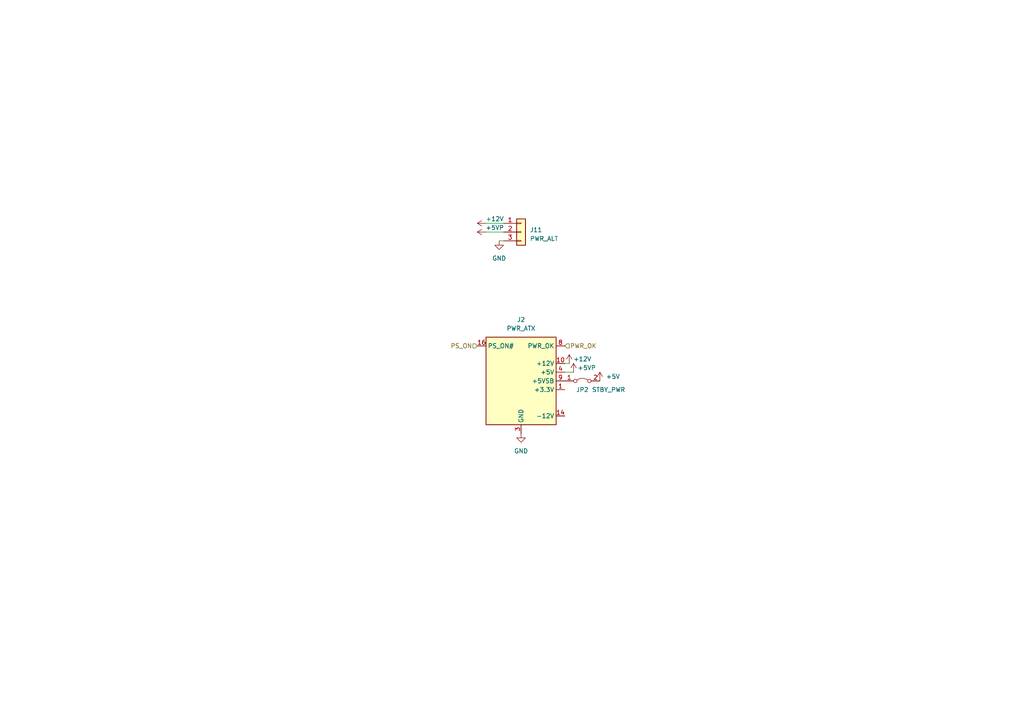
<source format=kicad_sch>
(kicad_sch (version 20230409) (generator eeschema)
  (paper "A4")
  (title_block (title "Power Input") (rev "v0.1") (company "EIG - NUS High") (comment 1 "By Vincent Kwok"))
  (lib_symbols
    (symbol "Connector:ATX-24"
      (property "Reference" "J" (at -8.89 13.97 0))
      (property "Value" "ATX-24" (at 6.35 13.97 0))
      (symbol "ATX-24_0_1"
        (rectangle (start -10.16 12.7) (end 10.16 -12.7) (stroke (width 0.254)) (fill (type background)))
      )
      (symbol "ATX-24_1_1"
        (pin power_out line (at 12.7 -2.54 180) (length 2.54) (name "+3.3V") (number "1"))
        (pin power_out line (at 12.7 5.08 180) (length 2.54) (name "+12V") (number "10"))
        (pin passive line (at 12.7 5.08 180) (length 2.54) hide (name "+12V") (number "11"))
        (pin passive line (at 12.7 -2.54 180) (length 2.54) hide (name "+3.3V") (number "12"))
        (pin passive line (at 12.7 -2.54 180) (length 2.54) hide (name "+3.3V") (number "13"))
        (pin power_out line (at 12.7 -10.16 180) (length 2.54) (name "-12V") (number "14"))
        (pin passive line (at 0 -15.24 90) (length 2.54) hide (name "GND") (number "15"))
        (pin open_collector line (at -12.7 10.16 0) (length 2.54) (name "PS_ON#") (number "16"))
        (pin passive line (at 0 -15.24 90) (length 2.54) hide (name "GND") (number "17"))
        (pin passive line (at 0 -15.24 90) (length 2.54) hide (name "GND") (number "18"))
        (pin passive line (at 0 -15.24 90) (length 2.54) hide (name "GND") (number "19"))
        (pin passive line (at 12.7 -2.54 180) (length 2.54) hide (name "+3.3V") (number "2"))
        (pin no_connect line (at -10.16 0 0) (length 2.54) hide (name "NC") (number "20"))
        (pin passive line (at 12.7 2.54 180) (length 2.54) hide (name "+5V") (number "21"))
        (pin passive line (at 12.7 2.54 180) (length 2.54) hide (name "+5V") (number "22"))
        (pin passive line (at 12.7 2.54 180) (length 2.54) hide (name "+5V") (number "23"))
        (pin passive line (at 0 -15.24 90) (length 2.54) hide (name "GND") (number "24"))
        (pin power_out line (at 0 -15.24 90) (length 2.54) (name "GND") (number "3"))
        (pin power_out line (at 12.7 2.54 180) (length 2.54) (name "+5V") (number "4"))
        (pin passive line (at 0 -15.24 90) (length 2.54) hide (name "GND") (number "5"))
        (pin passive line (at 12.7 2.54 180) (length 2.54) hide (name "+5V") (number "6"))
        (pin passive line (at 0 -15.24 90) (length 2.54) hide (name "GND") (number "7"))
        (pin output line (at 12.7 10.16 180) (length 2.54) (name "PWR_OK") (number "8"))
        (pin power_out line (at 12.7 0 180) (length 2.54) (name "+5VSB") (number "9"))
      )
    )
    (symbol "Connector_Generic:Conn_01x03" (pin_names (offset 1.016) hide)
      (property "Reference" "J" (at 0 5.08 0))
      (property "Value" "Conn_01x03" (at 0 -5.08 0))
      (symbol "Conn_01x03_1_1"
        (rectangle (start -1.27 -2.413) (end 0 -2.667) (stroke (width 0.1524)))
        (rectangle (start -1.27 0.127) (end 0 -0.127) (stroke (width 0.1524)))
        (rectangle (start -1.27 2.667) (end 0 2.413) (stroke (width 0.1524)))
        (rectangle (start -1.27 3.81) (end 1.27 -3.81) (stroke (width 0.254)) (fill (type background)))
        (pin passive line (at -5.08 2.54 0) (length 3.81) (name "Pin_1") (number "1"))
        (pin passive line (at -5.08 0 0) (length 3.81) (name "Pin_2") (number "2"))
        (pin passive line (at -5.08 -2.54 0) (length 3.81) (name "Pin_3") (number "3"))
      )
    )
    (symbol "Jumper:Jumper_2_Bridged" (pin_names (offset 0) hide)
      (property "Reference" "JP" (at 0 1.905 0))
      (property "Value" "Jumper_2_Bridged" (at 0 -2.54 0))
      (symbol "Jumper_2_Bridged_0_0"
        (circle (center -2.032 0) (radius 0.508))
        (circle (center 2.032 0) (radius 0.508))
      )
      (symbol "Jumper_2_Bridged_0_1"
        (arc (start 1.524 0.254) (mid 0 0.762) (end -1.524 0.254))
      )
      (symbol "Jumper_2_Bridged_1_1"
        (pin passive line (at -5.08 0 0) (length 2.54) (name "A") (number "1"))
        (pin passive line (at 5.08 0 180) (length 2.54) (name "B") (number "2"))
      )
    )
    (symbol "power:+12V" (power) (pin_names (offset 0))
      (property "Value" "+12V" (at 0 3.556 0))
      (symbol "+12V_0_1"
        (polyline (pts (xy -0.762 1.27) (xy 0 2.54)))
        (polyline (pts (xy 0 0) (xy 0 2.54)))
        (polyline (pts (xy 0 2.54) (xy 0.762 1.27)))
      )
      (symbol "+12V_1_1"
        (pin power_in line (at 0 0 90) (length 0) hide (name "+12V") (number "1"))
      )
    )
    (symbol "power:+5V" (power) (pin_names (offset 0))
      (property "Value" "+5V" (at 0 3.556 0))
      (symbol "+5V_0_1"
        (polyline (pts (xy -0.762 1.27) (xy 0 2.54)))
        (polyline (pts (xy 0 0) (xy 0 2.54)))
        (polyline (pts (xy 0 2.54) (xy 0.762 1.27)))
      )
      (symbol "+5V_1_1"
        (pin power_in line (at 0 0 90) (length 0) hide (name "+5V") (number "1"))
      )
    )
    (symbol "power:+5VP" (power) (pin_names (offset 0))
      (property "Value" "+5VP" (at 0 3.556 0))
      (symbol "+5VP_0_1"
        (polyline (pts (xy -0.762 1.27) (xy 0 2.54)))
        (polyline (pts (xy 0 0) (xy 0 2.54)))
        (polyline (pts (xy 0 2.54) (xy 0.762 1.27)))
      )
      (symbol "+5VP_1_1"
        (pin power_in line (at 0 0 90) (length 0) hide (name "+5VP") (number "1"))
      )
    )
    (symbol "power:GND" (power) (pin_names (offset 0))
      (property "Value" "GND" (at 0 -3.81 0))
      (symbol "GND_0_1"
        (polyline (pts (xy 0 0) (xy 0 -1.27) (xy 1.27 -1.27) (xy 0 -2.54) (xy -1.27 -1.27) (xy 0 -1.27)))
      )
      (symbol "GND_1_1"
        (pin power_in line (at 0 0 270) (length 0) hide (name "GND") (number "1"))
      )
    )
  )
  (wire (pts (xy 165.1 105.41) (xy 163.83 105.41)))
  (wire (pts (xy 163.83 107.95) (xy 166.37 107.95)))
  (wire (pts (xy 140.97 67.31) (xy 146.05 67.31)))
  (wire (pts (xy 140.97 64.77) (xy 146.05 64.77)))
  (wire (pts (xy 144.78 69.85) (xy 146.05 69.85)))
  (hierarchical_label "PS_ON" (shape input) (at 138.43 100.33 180))
  (hierarchical_label "PWR_OK" (shape input) (at 163.83 100.33 0))
  (symbol (lib_id "Connector_Generic:Conn_01x03") (at 151.13 67.31 0) (unit 1)
    (property "Reference" "J11" (at 153.67 66.675 0) (effects (justify left)))
    (property "Value" "PWR_ALT" (at 153.67 69.215 0) (effects (justify left)))
    (property "Footprint" "TerminalBlock_Phoenix:TerminalBlock_Phoenix_PT-1,5-3-5.0-H_1x03_P5.00mm_Horizontal" (effects hide))
  )
  (symbol (lib_id "power:+5VP") (at 166.37 107.95 0) (unit 1)
    (property "Reference" "#PWR021" (effects hide))
    (property "Value" "+5VP" (at 170.18 106.68 0))
  )
  (symbol (lib_id "power:+12V") (at 165.1 105.41 0) (unit 1)
    (property "Reference" "#PWR019" (effects hide))
    (property "Value" "+12V" (at 168.91 104.14 0))
  )
  (symbol (lib_id "Jumper:Jumper_2_Bridged") (at 168.91 110.49 0) (unit 1)
    (property "Reference" "JP2" (at 168.91 113.03 0))
    (property "Value" "STBY_PWR" (at 176.53 113.03 0))
    (property "Footprint" "Connector_PinHeader_2.54mm:PinHeader_1x02_P2.54mm_Vertical" (effects hide))
  )
  (symbol (lib_id "power:+12V") (at 140.97 64.77 90) (unit 1)
    (property "Reference" "#PWR019" (effects hide))
    (property "Value" "+12V" (at 143.51 63.5 90))
    (instances (project "ChessBotController" (path "" (reference "#PWR019") (unit 1)) (path "" (reference "#PWR062") (unit 1))))
  )
  (symbol (lib_id "power:+5V") (at 173.99 110.49 0) (unit 1)
    (property "Reference" "#PWR022" (effects hide))
    (property "Value" "+5V" (at 177.8 109.22 0))
  )
  (symbol (lib_id "Connector:ATX-24") (at 151.13 110.49 0) (unit 1)
    (property "Reference" "J2" (at 151.13 92.71 0))
    (property "Value" "PWR_ATX" (at 151.13 95.25 0))
    (property "Footprint" "Connector_Molex:Molex_Mini-Fit_Jr_ATX24" (effects hide))
    (property "Datasheet" "https://www.intel.com/content/dam/www/public/us/en/documents/guides/power-supply-design-guide-june.pdf#page=33" (effects hide))
  )
  (symbol (lib_id "power:GND") (at 151.13 125.73 0) (unit 1)
    (property "Reference" "#PWR020" (effects hide))
    (property "Value" "GND" (at 151.13 130.81 0))
  )
  (symbol (lib_id "power:GND") (at 144.78 69.85 0) (unit 1)
    (property "Reference" "#PWR020" (effects hide))
    (property "Value" "GND" (at 144.78 74.93 0))
    (instances (project "ChessBotController" (path "" (reference "#PWR020") (unit 1)) (path "" (reference "#PWR064") (unit 1))))
  )
  (symbol (lib_id "power:+5VP") (at 140.97 67.31 90) (unit 1)
    (property "Reference" "#PWR021" (effects hide))
    (property "Value" "+5VP" (at 143.51 66.04 90))
    (instances (project "ChessBotController" (path "" (reference "#PWR021") (unit 1)) (path "" (reference "#PWR063") (unit 1))))
  )
)
</source>
